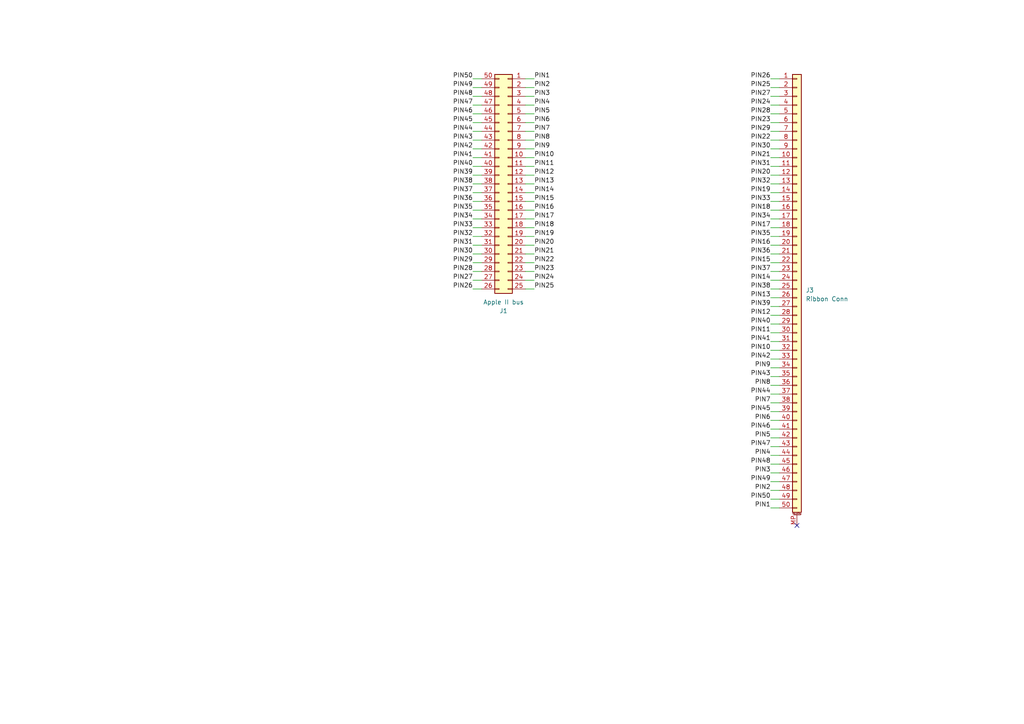
<source format=kicad_sch>
(kicad_sch (version 20231120) (generator "eeschema") (generator_version "8.0")
  (paper "A4")
  (lib_symbols
    (symbol "Connector_Generic:Conn_02x25_Counter_Clockwise" (pin_names (offset 1.016) hide)
      (property "Reference" "J" (at 1.27 33.02 0))
      (property "Value" "Conn_02x25_Counter_Clockwise" (at 1.27 -33.02 0))
      (symbol "Conn_02x25_Counter_Clockwise_1_1"
        (rectangle (start -1.27 -30.353) (end 0 -30.607) (stroke (width 0.1524)))
        (rectangle (start -1.27 -27.813) (end 0 -28.067) (stroke (width 0.1524)))
        (rectangle (start -1.27 -25.273) (end 0 -25.527) (stroke (width 0.1524)))
        (rectangle (start -1.27 -22.733) (end 0 -22.987) (stroke (width 0.1524)))
        (rectangle (start -1.27 -20.193) (end 0 -20.447) (stroke (width 0.1524)))
        (rectangle (start -1.27 -17.653) (end 0 -17.907) (stroke (width 0.1524)))
        (rectangle (start -1.27 -15.113) (end 0 -15.367) (stroke (width 0.1524)))
        (rectangle (start -1.27 -12.573) (end 0 -12.827) (stroke (width 0.1524)))
        (rectangle (start -1.27 -10.033) (end 0 -10.287) (stroke (width 0.1524)))
        (rectangle (start -1.27 -7.493) (end 0 -7.747) (stroke (width 0.1524)))
        (rectangle (start -1.27 -4.953) (end 0 -5.207) (stroke (width 0.1524)))
        (rectangle (start -1.27 -2.413) (end 0 -2.667) (stroke (width 0.1524)))
        (rectangle (start -1.27 0.127) (end 0 -0.127) (stroke (width 0.1524)))
        (rectangle (start -1.27 2.667) (end 0 2.413) (stroke (width 0.1524)))
        (rectangle (start -1.27 5.207) (end 0 4.953) (stroke (width 0.1524)))
        (rectangle (start -1.27 7.747) (end 0 7.493) (stroke (width 0.1524)))
        (rectangle (start -1.27 10.287) (end 0 10.033) (stroke (width 0.1524)))
        (rectangle (start -1.27 12.827) (end 0 12.573) (stroke (width 0.1524)))
        (rectangle (start -1.27 15.367) (end 0 15.113) (stroke (width 0.1524)))
        (rectangle (start -1.27 17.907) (end 0 17.653) (stroke (width 0.1524)))
        (rectangle (start -1.27 20.447) (end 0 20.193) (stroke (width 0.1524)))
        (rectangle (start -1.27 22.987) (end 0 22.733) (stroke (width 0.1524)))
        (rectangle (start -1.27 25.527) (end 0 25.273) (stroke (width 0.1524)))
        (rectangle (start -1.27 28.067) (end 0 27.813) (stroke (width 0.1524)))
        (rectangle (start -1.27 30.607) (end 0 30.353) (stroke (width 0.1524)))
        (rectangle (start -1.27 31.75) (end 3.81 -31.75) (stroke (width 0.254)) (fill (type background)))
        (rectangle (start 3.81 -30.353) (end 2.54 -30.607) (stroke (width 0.1524)))
        (rectangle (start 3.81 -27.813) (end 2.54 -28.067) (stroke (width 0.1524)))
        (rectangle (start 3.81 -25.273) (end 2.54 -25.527) (stroke (width 0.1524)))
        (rectangle (start 3.81 -22.733) (end 2.54 -22.987) (stroke (width 0.1524)))
        (rectangle (start 3.81 -20.193) (end 2.54 -20.447) (stroke (width 0.1524)))
        (rectangle (start 3.81 -17.653) (end 2.54 -17.907) (stroke (width 0.1524)))
        (rectangle (start 3.81 -15.113) (end 2.54 -15.367) (stroke (width 0.1524)))
        (rectangle (start 3.81 -12.573) (end 2.54 -12.827) (stroke (width 0.1524)))
        (rectangle (start 3.81 -10.033) (end 2.54 -10.287) (stroke (width 0.1524)))
        (rectangle (start 3.81 -7.493) (end 2.54 -7.747) (stroke (width 0.1524)))
        (rectangle (start 3.81 -4.953) (end 2.54 -5.207) (stroke (width 0.1524)))
        (rectangle (start 3.81 -2.413) (end 2.54 -2.667) (stroke (width 0.1524)))
        (rectangle (start 3.81 0.127) (end 2.54 -0.127) (stroke (width 0.1524)))
        (rectangle (start 3.81 2.667) (end 2.54 2.413) (stroke (width 0.1524)))
        (rectangle (start 3.81 5.207) (end 2.54 4.953) (stroke (width 0.1524)))
        (rectangle (start 3.81 7.747) (end 2.54 7.493) (stroke (width 0.1524)))
        (rectangle (start 3.81 10.287) (end 2.54 10.033) (stroke (width 0.1524)))
        (rectangle (start 3.81 12.827) (end 2.54 12.573) (stroke (width 0.1524)))
        (rectangle (start 3.81 15.367) (end 2.54 15.113) (stroke (width 0.1524)))
        (rectangle (start 3.81 17.907) (end 2.54 17.653) (stroke (width 0.1524)))
        (rectangle (start 3.81 20.447) (end 2.54 20.193) (stroke (width 0.1524)))
        (rectangle (start 3.81 22.987) (end 2.54 22.733) (stroke (width 0.1524)))
        (rectangle (start 3.81 25.527) (end 2.54 25.273) (stroke (width 0.1524)))
        (rectangle (start 3.81 28.067) (end 2.54 27.813) (stroke (width 0.1524)))
        (rectangle (start 3.81 30.607) (end 2.54 30.353) (stroke (width 0.1524)))
        (pin passive line (at -5.08 30.48 0) (length 3.81) (name "Pin_1") (number "1"))
        (pin passive line (at -5.08 7.62 0) (length 3.81) (name "Pin_10") (number "10"))
        (pin passive line (at -5.08 5.08 0) (length 3.81) (name "Pin_11") (number "11"))
        (pin passive line (at -5.08 2.54 0) (length 3.81) (name "Pin_12") (number "12"))
        (pin passive line (at -5.08 0 0) (length 3.81) (name "Pin_13") (number "13"))
        (pin passive line (at -5.08 -2.54 0) (length 3.81) (name "Pin_14") (number "14"))
        (pin passive line (at -5.08 -5.08 0) (length 3.81) (name "Pin_15") (number "15"))
        (pin passive line (at -5.08 -7.62 0) (length 3.81) (name "Pin_16") (number "16"))
        (pin passive line (at -5.08 -10.16 0) (length 3.81) (name "Pin_17") (number "17"))
        (pin passive line (at -5.08 -12.7 0) (length 3.81) (name "Pin_18") (number "18"))
        (pin passive line (at -5.08 -15.24 0) (length 3.81) (name "Pin_19") (number "19"))
        (pin passive line (at -5.08 27.94 0) (length 3.81) (name "Pin_2") (number "2"))
        (pin passive line (at -5.08 -17.78 0) (length 3.81) (name "Pin_20") (number "20"))
        (pin passive line (at -5.08 -20.32 0) (length 3.81) (name "Pin_21") (number "21"))
        (pin passive line (at -5.08 -22.86 0) (length 3.81) (name "Pin_22") (number "22"))
        (pin passive line (at -5.08 -25.4 0) (length 3.81) (name "Pin_23") (number "23"))
        (pin passive line (at -5.08 -27.94 0) (length 3.81) (name "Pin_24") (number "24"))
        (pin passive line (at -5.08 -30.48 0) (length 3.81) (name "Pin_25") (number "25"))
        (pin passive line (at 7.62 -30.48 180) (length 3.81) (name "Pin_26") (number "26"))
        (pin passive line (at 7.62 -27.94 180) (length 3.81) (name "Pin_27") (number "27"))
        (pin passive line (at 7.62 -25.4 180) (length 3.81) (name "Pin_28") (number "28"))
        (pin passive line (at 7.62 -22.86 180) (length 3.81) (name "Pin_29") (number "29"))
        (pin passive line (at -5.08 25.4 0) (length 3.81) (name "Pin_3") (number "3"))
        (pin passive line (at 7.62 -20.32 180) (length 3.81) (name "Pin_30") (number "30"))
        (pin passive line (at 7.62 -17.78 180) (length 3.81) (name "Pin_31") (number "31"))
        (pin passive line (at 7.62 -15.24 180) (length 3.81) (name "Pin_32") (number "32"))
        (pin passive line (at 7.62 -12.7 180) (length 3.81) (name "Pin_33") (number "33"))
        (pin passive line (at 7.62 -10.16 180) (length 3.81) (name "Pin_34") (number "34"))
        (pin passive line (at 7.62 -7.62 180) (length 3.81) (name "Pin_35") (number "35"))
        (pin passive line (at 7.62 -5.08 180) (length 3.81) (name "Pin_36") (number "36"))
        (pin passive line (at 7.62 -2.54 180) (length 3.81) (name "Pin_37") (number "37"))
        (pin passive line (at 7.62 0 180) (length 3.81) (name "Pin_38") (number "38"))
        (pin passive line (at 7.62 2.54 180) (length 3.81) (name "Pin_39") (number "39"))
        (pin passive line (at -5.08 22.86 0) (length 3.81) (name "Pin_4") (number "4"))
        (pin passive line (at 7.62 5.08 180) (length 3.81) (name "Pin_40") (number "40"))
        (pin passive line (at 7.62 7.62 180) (length 3.81) (name "Pin_41") (number "41"))
        (pin passive line (at 7.62 10.16 180) (length 3.81) (name "Pin_42") (number "42"))
        (pin passive line (at 7.62 12.7 180) (length 3.81) (name "Pin_43") (number "43"))
        (pin passive line (at 7.62 15.24 180) (length 3.81) (name "Pin_44") (number "44"))
        (pin passive line (at 7.62 17.78 180) (length 3.81) (name "Pin_45") (number "45"))
        (pin passive line (at 7.62 20.32 180) (length 3.81) (name "Pin_46") (number "46"))
        (pin passive line (at 7.62 22.86 180) (length 3.81) (name "Pin_47") (number "47"))
        (pin passive line (at 7.62 25.4 180) (length 3.81) (name "Pin_48") (number "48"))
        (pin passive line (at 7.62 27.94 180) (length 3.81) (name "Pin_49") (number "49"))
        (pin passive line (at -5.08 20.32 0) (length 3.81) (name "Pin_5") (number "5"))
        (pin passive line (at 7.62 30.48 180) (length 3.81) (name "Pin_50") (number "50"))
        (pin passive line (at -5.08 17.78 0) (length 3.81) (name "Pin_6") (number "6"))
        (pin passive line (at -5.08 15.24 0) (length 3.81) (name "Pin_7") (number "7"))
        (pin passive line (at -5.08 12.7 0) (length 3.81) (name "Pin_8") (number "8"))
        (pin passive line (at -5.08 10.16 0) (length 3.81) (name "Pin_9") (number "9"))
      )
    )
    (symbol "Connector_Generic_MountingPin:Conn_01x50_MountingPin" (pin_names (offset 1.016) hide)
      (property "Reference" "J" (at 0 63.5 0))
      (property "Value" "Conn_01x50_MountingPin" (at 1.27 -66.04 0))
      (symbol "Conn_01x50_MountingPin_1_1"
        (rectangle (start -1.27 -63.373) (end 0 -63.627) (stroke (width 0.1524)))
        (rectangle (start -1.27 -60.833) (end 0 -61.087) (stroke (width 0.1524)))
        (rectangle (start -1.27 -58.293) (end 0 -58.547) (stroke (width 0.1524)))
        (rectangle (start -1.27 -55.753) (end 0 -56.007) (stroke (width 0.1524)))
        (rectangle (start -1.27 -53.213) (end 0 -53.467) (stroke (width 0.1524)))
        (rectangle (start -1.27 -50.673) (end 0 -50.927) (stroke (width 0.1524)))
        (rectangle (start -1.27 -48.133) (end 0 -48.387) (stroke (width 0.1524)))
        (rectangle (start -1.27 -45.593) (end 0 -45.847) (stroke (width 0.1524)))
        (rectangle (start -1.27 -43.053) (end 0 -43.307) (stroke (width 0.1524)))
        (rectangle (start -1.27 -40.513) (end 0 -40.767) (stroke (width 0.1524)))
        (rectangle (start -1.27 -37.973) (end 0 -38.227) (stroke (width 0.1524)))
        (rectangle (start -1.27 -35.433) (end 0 -35.687) (stroke (width 0.1524)))
        (rectangle (start -1.27 -32.893) (end 0 -33.147) (stroke (width 0.1524)))
        (rectangle (start -1.27 -30.353) (end 0 -30.607) (stroke (width 0.1524)))
        (rectangle (start -1.27 -27.813) (end 0 -28.067) (stroke (width 0.1524)))
        (rectangle (start -1.27 -25.273) (end 0 -25.527) (stroke (width 0.1524)))
        (rectangle (start -1.27 -22.733) (end 0 -22.987) (stroke (width 0.1524)))
        (rectangle (start -1.27 -20.193) (end 0 -20.447) (stroke (width 0.1524)))
        (rectangle (start -1.27 -17.653) (end 0 -17.907) (stroke (width 0.1524)))
        (rectangle (start -1.27 -15.113) (end 0 -15.367) (stroke (width 0.1524)))
        (rectangle (start -1.27 -12.573) (end 0 -12.827) (stroke (width 0.1524)))
        (rectangle (start -1.27 -10.033) (end 0 -10.287) (stroke (width 0.1524)))
        (rectangle (start -1.27 -7.493) (end 0 -7.747) (stroke (width 0.1524)))
        (rectangle (start -1.27 -4.953) (end 0 -5.207) (stroke (width 0.1524)))
        (rectangle (start -1.27 -2.413) (end 0 -2.667) (stroke (width 0.1524)))
        (rectangle (start -1.27 0.127) (end 0 -0.127) (stroke (width 0.1524)))
        (rectangle (start -1.27 2.667) (end 0 2.413) (stroke (width 0.1524)))
        (rectangle (start -1.27 5.207) (end 0 4.953) (stroke (width 0.1524)))
        (rectangle (start -1.27 7.747) (end 0 7.493) (stroke (width 0.1524)))
        (rectangle (start -1.27 10.287) (end 0 10.033) (stroke (width 0.1524)))
        (rectangle (start -1.27 12.827) (end 0 12.573) (stroke (width 0.1524)))
        (rectangle (start -1.27 15.367) (end 0 15.113) (stroke (width 0.1524)))
        (rectangle (start -1.27 17.907) (end 0 17.653) (stroke (width 0.1524)))
        (rectangle (start -1.27 20.447) (end 0 20.193) (stroke (width 0.1524)))
        (rectangle (start -1.27 22.987) (end 0 22.733) (stroke (width 0.1524)))
        (rectangle (start -1.27 25.527) (end 0 25.273) (stroke (width 0.1524)))
        (rectangle (start -1.27 28.067) (end 0 27.813) (stroke (width 0.1524)))
        (rectangle (start -1.27 30.607) (end 0 30.353) (stroke (width 0.1524)))
        (rectangle (start -1.27 33.147) (end 0 32.893) (stroke (width 0.1524)))
        (rectangle (start -1.27 35.687) (end 0 35.433) (stroke (width 0.1524)))
        (rectangle (start -1.27 38.227) (end 0 37.973) (stroke (width 0.1524)))
        (rectangle (start -1.27 40.767) (end 0 40.513) (stroke (width 0.1524)))
        (rectangle (start -1.27 43.307) (end 0 43.053) (stroke (width 0.1524)))
        (rectangle (start -1.27 45.847) (end 0 45.593) (stroke (width 0.1524)))
        (rectangle (start -1.27 48.387) (end 0 48.133) (stroke (width 0.1524)))
        (rectangle (start -1.27 50.927) (end 0 50.673) (stroke (width 0.1524)))
        (rectangle (start -1.27 53.467) (end 0 53.213) (stroke (width 0.1524)))
        (rectangle (start -1.27 56.007) (end 0 55.753) (stroke (width 0.1524)))
        (rectangle (start -1.27 58.547) (end 0 58.293) (stroke (width 0.1524)))
        (rectangle (start -1.27 61.087) (end 0 60.833) (stroke (width 0.1524)))
        (rectangle (start -1.27 62.23) (end 1.27 -64.77) (stroke (width 0.254)) (fill (type background)))
        (polyline (pts (xy -1.016 -65.532) (xy 1.016 -65.532)) (stroke (width 0.1524)))
        (text "Mounting" (at 0 -65.151 0) (effects (font (size 0.381 0.381))))
        (pin passive line (at -5.08 60.96 0) (length 3.81) (name "Pin_1") (number "1"))
        (pin passive line (at -5.08 38.1 0) (length 3.81) (name "Pin_10") (number "10"))
        (pin passive line (at -5.08 35.56 0) (length 3.81) (name "Pin_11") (number "11"))
        (pin passive line (at -5.08 33.02 0) (length 3.81) (name "Pin_12") (number "12"))
        (pin passive line (at -5.08 30.48 0) (length 3.81) (name "Pin_13") (number "13"))
        (pin passive line (at -5.08 27.94 0) (length 3.81) (name "Pin_14") (number "14"))
        (pin passive line (at -5.08 25.4 0) (length 3.81) (name "Pin_15") (number "15"))
        (pin passive line (at -5.08 22.86 0) (length 3.81) (name "Pin_16") (number "16"))
        (pin passive line (at -5.08 20.32 0) (length 3.81) (name "Pin_17") (number "17"))
        (pin passive line (at -5.08 17.78 0) (length 3.81) (name "Pin_18") (number "18"))
        (pin passive line (at -5.08 15.24 0) (length 3.81) (name "Pin_19") (number "19"))
        (pin passive line (at -5.08 58.42 0) (length 3.81) (name "Pin_2") (number "2"))
        (pin passive line (at -5.08 12.7 0) (length 3.81) (name "Pin_20") (number "20"))
        (pin passive line (at -5.08 10.16 0) (length 3.81) (name "Pin_21") (number "21"))
        (pin passive line (at -5.08 7.62 0) (length 3.81) (name "Pin_22") (number "22"))
        (pin passive line (at -5.08 5.08 0) (length 3.81) (name "Pin_23") (number "23"))
        (pin passive line (at -5.08 2.54 0) (length 3.81) (name "Pin_24") (number "24"))
        (pin passive line (at -5.08 0 0) (length 3.81) (name "Pin_25") (number "25"))
        (pin passive line (at -5.08 -2.54 0) (length 3.81) (name "Pin_26") (number "26"))
        (pin passive line (at -5.08 -5.08 0) (length 3.81) (name "Pin_27") (number "27"))
        (pin passive line (at -5.08 -7.62 0) (length 3.81) (name "Pin_28") (number "28"))
        (pin passive line (at -5.08 -10.16 0) (length 3.81) (name "Pin_29") (number "29"))
        (pin passive line (at -5.08 55.88 0) (length 3.81) (name "Pin_3") (number "3"))
        (pin passive line (at -5.08 -12.7 0) (length 3.81) (name "Pin_30") (number "30"))
        (pin passive line (at -5.08 -15.24 0) (length 3.81) (name "Pin_31") (number "31"))
        (pin passive line (at -5.08 -17.78 0) (length 3.81) (name "Pin_32") (number "32"))
        (pin passive line (at -5.08 -20.32 0) (length 3.81) (name "Pin_33") (number "33"))
        (pin passive line (at -5.08 -22.86 0) (length 3.81) (name "Pin_34") (number "34"))
        (pin passive line (at -5.08 -25.4 0) (length 3.81) (name "Pin_35") (number "35"))
        (pin passive line (at -5.08 -27.94 0) (length 3.81) (name "Pin_36") (number "36"))
        (pin passive line (at -5.08 -30.48 0) (length 3.81) (name "Pin_37") (number "37"))
        (pin passive line (at -5.08 -33.02 0) (length 3.81) (name "Pin_38") (number "38"))
        (pin passive line (at -5.08 -35.56 0) (length 3.81) (name "Pin_39") (number "39"))
        (pin passive line (at -5.08 53.34 0) (length 3.81) (name "Pin_4") (number "4"))
        (pin passive line (at -5.08 -38.1 0) (length 3.81) (name "Pin_40") (number "40"))
        (pin passive line (at -5.08 -40.64 0) (length 3.81) (name "Pin_41") (number "41"))
        (pin passive line (at -5.08 -43.18 0) (length 3.81) (name "Pin_42") (number "42"))
        (pin passive line (at -5.08 -45.72 0) (length 3.81) (name "Pin_43") (number "43"))
        (pin passive line (at -5.08 -48.26 0) (length 3.81) (name "Pin_44") (number "44"))
        (pin passive line (at -5.08 -50.8 0) (length 3.81) (name "Pin_45") (number "45"))
        (pin passive line (at -5.08 -53.34 0) (length 3.81) (name "Pin_46") (number "46"))
        (pin passive line (at -5.08 -55.88 0) (length 3.81) (name "Pin_47") (number "47"))
        (pin passive line (at -5.08 -58.42 0) (length 3.81) (name "Pin_48") (number "48"))
        (pin passive line (at -5.08 -60.96 0) (length 3.81) (name "Pin_49") (number "49"))
        (pin passive line (at -5.08 50.8 0) (length 3.81) (name "Pin_5") (number "5"))
        (pin passive line (at -5.08 -63.5 0) (length 3.81) (name "Pin_50") (number "50"))
        (pin passive line (at -5.08 48.26 0) (length 3.81) (name "Pin_6") (number "6"))
        (pin passive line (at -5.08 45.72 0) (length 3.81) (name "Pin_7") (number "7"))
        (pin passive line (at -5.08 43.18 0) (length 3.81) (name "Pin_8") (number "8"))
        (pin passive line (at -5.08 40.64 0) (length 3.81) (name "Pin_9") (number "9"))
        (pin passive line (at 0 -68.58 90) (length 3.048) (name "MountPin") (number "MP"))
      )
    )
  )
  (no_connect (at 231.14 152.4))
  (wire (pts (xy 226.06 106.68) (xy 223.52 106.68)))
  (wire (pts (xy 226.06 127) (xy 223.52 127)))
  (wire (pts (xy 226.06 111.76) (xy 223.52 111.76)))
  (wire (pts (xy 226.06 91.44) (xy 223.52 91.44)))
  (wire (pts (xy 223.52 88.9) (xy 226.06 88.9)))
  (wire (pts (xy 137.16 25.4) (xy 139.7 25.4)))
  (wire (pts (xy 152.4 66.04) (xy 154.94 66.04)))
  (wire (pts (xy 226.06 137.16) (xy 223.52 137.16)))
  (wire (pts (xy 152.4 27.94) (xy 154.94 27.94)))
  (wire (pts (xy 223.52 144.78) (xy 226.06 144.78)))
  (wire (pts (xy 152.4 58.42) (xy 154.94 58.42)))
  (wire (pts (xy 137.16 48.26) (xy 139.7 48.26)))
  (wire (pts (xy 226.06 121.92) (xy 223.52 121.92)))
  (wire (pts (xy 223.52 78.74) (xy 226.06 78.74)))
  (wire (pts (xy 223.52 63.5) (xy 226.06 63.5)))
  (wire (pts (xy 226.06 40.64) (xy 223.52 40.64)))
  (wire (pts (xy 226.06 86.36) (xy 223.52 86.36)))
  (wire (pts (xy 223.52 33.02) (xy 226.06 33.02)))
  (wire (pts (xy 226.06 45.72) (xy 223.52 45.72)))
  (wire (pts (xy 152.4 63.5) (xy 154.94 63.5)))
  (wire (pts (xy 223.52 73.66) (xy 226.06 73.66)))
  (wire (pts (xy 226.06 76.2) (xy 223.52 76.2)))
  (wire (pts (xy 223.52 119.38) (xy 226.06 119.38)))
  (wire (pts (xy 226.06 25.4) (xy 223.52 25.4)))
  (wire (pts (xy 223.52 58.42) (xy 226.06 58.42)))
  (wire (pts (xy 223.52 22.86) (xy 226.06 22.86)))
  (wire (pts (xy 223.52 124.46) (xy 226.06 124.46)))
  (wire (pts (xy 223.52 68.58) (xy 226.06 68.58)))
  (wire (pts (xy 137.16 78.74) (xy 139.7 78.74)))
  (wire (pts (xy 226.06 66.04) (xy 223.52 66.04)))
  (wire (pts (xy 152.4 76.2) (xy 154.94 76.2)))
  (wire (pts (xy 137.16 43.18) (xy 139.7 43.18)))
  (wire (pts (xy 137.16 76.2) (xy 139.7 76.2)))
  (wire (pts (xy 223.52 53.34) (xy 226.06 53.34)))
  (wire (pts (xy 223.52 114.3) (xy 226.06 114.3)))
  (wire (pts (xy 137.16 66.04) (xy 139.7 66.04)))
  (wire (pts (xy 137.16 63.5) (xy 139.7 63.5)))
  (wire (pts (xy 152.4 78.74) (xy 154.94 78.74)))
  (wire (pts (xy 226.06 96.52) (xy 223.52 96.52)))
  (wire (pts (xy 223.52 83.82) (xy 226.06 83.82)))
  (wire (pts (xy 137.16 81.28) (xy 139.7 81.28)))
  (wire (pts (xy 137.16 38.1) (xy 139.7 38.1)))
  (wire (pts (xy 137.16 53.34) (xy 139.7 53.34)))
  (wire (pts (xy 152.4 33.02) (xy 154.94 33.02)))
  (wire (pts (xy 152.4 68.58) (xy 154.94 68.58)))
  (wire (pts (xy 226.06 132.08) (xy 223.52 132.08)))
  (wire (pts (xy 152.4 53.34) (xy 154.94 53.34)))
  (wire (pts (xy 152.4 40.64) (xy 154.94 40.64)))
  (wire (pts (xy 223.52 27.94) (xy 226.06 27.94)))
  (wire (pts (xy 152.4 73.66) (xy 154.94 73.66)))
  (wire (pts (xy 152.4 30.48) (xy 154.94 30.48)))
  (wire (pts (xy 223.52 43.18) (xy 226.06 43.18)))
  (wire (pts (xy 226.06 55.88) (xy 223.52 55.88)))
  (wire (pts (xy 152.4 50.8) (xy 154.94 50.8)))
  (wire (pts (xy 137.16 45.72) (xy 139.7 45.72)))
  (wire (pts (xy 226.06 116.84) (xy 223.52 116.84)))
  (wire (pts (xy 152.4 45.72) (xy 154.94 45.72)))
  (wire (pts (xy 223.52 139.7) (xy 226.06 139.7)))
  (wire (pts (xy 223.52 93.98) (xy 226.06 93.98)))
  (wire (pts (xy 137.16 83.82) (xy 139.7 83.82)))
  (wire (pts (xy 223.52 109.22) (xy 226.06 109.22)))
  (wire (pts (xy 223.52 48.26) (xy 226.06 48.26)))
  (wire (pts (xy 226.06 142.24) (xy 223.52 142.24)))
  (wire (pts (xy 223.52 99.06) (xy 226.06 99.06)))
  (wire (pts (xy 137.16 22.86) (xy 139.7 22.86)))
  (wire (pts (xy 152.4 22.86) (xy 154.94 22.86)))
  (wire (pts (xy 152.4 48.26) (xy 154.94 48.26)))
  (wire (pts (xy 226.06 50.8) (xy 223.52 50.8)))
  (wire (pts (xy 137.16 68.58) (xy 139.7 68.58)))
  (wire (pts (xy 137.16 60.96) (xy 139.7 60.96)))
  (wire (pts (xy 137.16 30.48) (xy 139.7 30.48)))
  (wire (pts (xy 152.4 25.4) (xy 154.94 25.4)))
  (wire (pts (xy 137.16 55.88) (xy 139.7 55.88)))
  (wire (pts (xy 137.16 27.94) (xy 139.7 27.94)))
  (wire (pts (xy 223.52 104.14) (xy 226.06 104.14)))
  (wire (pts (xy 226.06 147.32) (xy 223.52 147.32)))
  (wire (pts (xy 226.06 101.6) (xy 223.52 101.6)))
  (wire (pts (xy 152.4 43.18) (xy 154.94 43.18)))
  (wire (pts (xy 223.52 134.62) (xy 226.06 134.62)))
  (wire (pts (xy 152.4 71.12) (xy 154.94 71.12)))
  (wire (pts (xy 137.16 33.02) (xy 139.7 33.02)))
  (wire (pts (xy 226.06 71.12) (xy 223.52 71.12)))
  (wire (pts (xy 137.16 40.64) (xy 139.7 40.64)))
  (wire (pts (xy 152.4 60.96) (xy 154.94 60.96)))
  (wire (pts (xy 152.4 83.82) (xy 154.94 83.82)))
  (wire (pts (xy 152.4 55.88) (xy 154.94 55.88)))
  (wire (pts (xy 226.06 81.28) (xy 223.52 81.28)))
  (wire (pts (xy 137.16 35.56) (xy 139.7 35.56)))
  (wire (pts (xy 226.06 30.48) (xy 223.52 30.48)))
  (wire (pts (xy 223.52 38.1) (xy 226.06 38.1)))
  (wire (pts (xy 137.16 50.8) (xy 139.7 50.8)))
  (wire (pts (xy 137.16 71.12) (xy 139.7 71.12)))
  (wire (pts (xy 137.16 73.66) (xy 139.7 73.66)))
  (wire (pts (xy 152.4 81.28) (xy 154.94 81.28)))
  (wire (pts (xy 152.4 38.1) (xy 154.94 38.1)))
  (wire (pts (xy 152.4 35.56) (xy 154.94 35.56)))
  (wire (pts (xy 137.16 58.42) (xy 139.7 58.42)))
  (wire (pts (xy 223.52 129.54) (xy 226.06 129.54)))
  (wire (pts (xy 226.06 60.96) (xy 223.52 60.96)))
  (wire (pts (xy 226.06 35.56) (xy 223.52 35.56)))
  (label "PIN19" (at 223.52 55.88 180))
  (label "PIN20" (at 154.94 71.12 0))
  (label "PIN2" (at 223.52 142.24 180))
  (label "PIN18" (at 154.94 66.04 0))
  (label "PIN4" (at 154.94 30.48 0))
  (label "PIN24" (at 223.52 30.48 180))
  (label "PIN7" (at 154.94 38.1 0))
  (label "PIN16" (at 223.52 71.12 180))
  (label "PIN47" (at 223.52 129.54 180))
  (label "PIN21" (at 223.52 45.72 180))
  (label "PIN17" (at 154.94 63.5 0))
  (label "PIN3" (at 223.52 137.16 180))
  (label "PIN34" (at 223.52 63.5 180))
  (label "PIN45" (at 223.52 119.38 180))
  (label "PIN20" (at 223.52 50.8 180))
  (label "PIN39" (at 137.16 50.8 180))
  (label "PIN30" (at 223.52 43.18 180))
  (label "PIN22" (at 154.94 76.2 0))
  (label "PIN28" (at 223.52 33.02 180))
  (label "PIN43" (at 137.16 40.64 180))
  (label "PIN6" (at 223.52 121.92 180))
  (label "PIN12" (at 223.52 91.44 180))
  (label "PIN38" (at 223.52 83.82 180))
  (label "PIN5" (at 223.52 127 180))
  (label "PIN40" (at 137.16 48.26 180))
  (label "PIN31" (at 137.16 71.12 180))
  (label "PIN33" (at 137.16 66.04 180))
  (label "PIN36" (at 137.16 58.42 180))
  (label "PIN15" (at 154.94 58.42 0))
  (label "PIN49" (at 223.52 139.7 180))
  (label "PIN45" (at 137.16 35.56 180))
  (label "PIN1" (at 223.52 147.32 180))
  (label "PIN4" (at 223.52 132.08 180))
  (label "PIN47" (at 137.16 30.48 180))
  (label "PIN8" (at 223.52 111.76 180))
  (label "PIN7" (at 223.52 116.84 180))
  (label "PIN9" (at 154.94 43.18 0))
  (label "PIN50" (at 137.16 22.86 180))
  (label "PIN24" (at 154.94 81.28 0))
  (label "PIN34" (at 137.16 63.5 180))
  (label "PIN25" (at 154.94 83.82 0))
  (label "PIN48" (at 223.52 134.62 180))
  (label "PIN37" (at 137.16 55.88 180))
  (label "PIN50" (at 223.52 144.78 180))
  (label "PIN22" (at 223.52 40.64 180))
  (label "PIN26" (at 223.52 22.86 180))
  (label "PIN37" (at 223.52 78.74 180))
  (label "PIN11" (at 223.52 96.52 180))
  (label "PIN29" (at 223.52 38.1 180))
  (label "PIN18" (at 223.52 60.96 180))
  (label "PIN31" (at 223.52 48.26 180))
  (label "PIN40" (at 223.52 93.98 180))
  (label "PIN23" (at 154.94 78.74 0))
  (label "PIN42" (at 137.16 43.18 180))
  (label "PIN17" (at 223.52 66.04 180))
  (label "PIN46" (at 137.16 33.02 180))
  (label "PIN41" (at 223.52 99.06 180))
  (label "PIN48" (at 137.16 27.94 180))
  (label "PIN8" (at 154.94 40.64 0))
  (label "PIN35" (at 223.52 68.58 180))
  (label "PIN14" (at 223.52 81.28 180))
  (label "PIN3" (at 154.94 27.94 0))
  (label "PIN5" (at 154.94 33.02 0))
  (label "PIN32" (at 223.52 53.34 180))
  (label "PIN36" (at 223.52 73.66 180))
  (label "PIN11" (at 154.94 48.26 0))
  (label "PIN30" (at 137.16 73.66 180))
  (label "PIN44" (at 137.16 38.1 180))
  (label "PIN26" (at 137.16 83.82 180))
  (label "PIN25" (at 223.52 25.4 180))
  (label "PIN15" (at 223.52 76.2 180))
  (label "PIN46" (at 223.52 124.46 180))
  (label "PIN29" (at 137.16 76.2 180))
  (label "PIN39" (at 223.52 88.9 180))
  (label "PIN49" (at 137.16 25.4 180))
  (label "PIN19" (at 154.94 68.58 0))
  (label "PIN9" (at 223.52 106.68 180))
  (label "PIN27" (at 137.16 81.28 180))
  (label "PIN44" (at 223.52 114.3 180))
  (label "PIN41" (at 137.16 45.72 180))
  (label "PIN13" (at 154.94 53.34 0))
  (label "PIN42" (at 223.52 104.14 180))
  (label "PIN2" (at 154.94 25.4 0))
  (label "PIN27" (at 223.52 27.94 180))
  (label "PIN23" (at 223.52 35.56 180))
  (label "PIN12" (at 154.94 50.8 0))
  (label "PIN28" (at 137.16 78.74 180))
  (label "PIN33" (at 223.52 58.42 180))
  (label "PIN38" (at 137.16 53.34 180))
  (label "PIN14" (at 154.94 55.88 0))
  (label "PIN6" (at 154.94 35.56 0))
  (label "PIN10" (at 154.94 45.72 0))
  (label "PIN32" (at 137.16 68.58 180))
  (label "PIN13" (at 223.52 86.36 180))
  (label "PIN1" (at 154.94 22.86 0))
  (label "PIN21" (at 154.94 73.66 0))
  (label "PIN16" (at 154.94 60.96 0))
  (label "PIN10" (at 223.52 101.6 180))
  (label "PIN35" (at 137.16 60.96 180))
  (label "PIN43" (at 223.52 109.22 180))
  (symbol (lib_id "Connector_Generic_MountingPin:Conn_01x50_MountingPin") (at 231.14 83.82 0) (unit 1)
    (property "Reference" "J3" (at 233.68 84.1755 0) (effects (justify left)))
    (property "Value" "Ribbon Conn" (at 233.68 86.7155 0) (effects (justify left)))
    (property "Footprint" "Connector_FFC-FPC:Hirose_FH12-50S-0.5SH_1x50-1MP_P0.50mm_Horizontal" (effects (hide yes)))
    (property "Description" "\"Generic connectable mounting pin connector, single row, 01x50, script generated\"" (effects (hide yes)))
    (property "LCSC" "C202116" (effects (hide yes)))
  )
  (symbol (lib_id "Connector_Generic:Conn_02x25_Counter_Clockwise") (at 147.32 53.34 0) (mirror y) (unit 1)
    (property "Reference" "J1" (at 146.05 90.17 0))
    (property "Value" "Apple II bus" (at 146.05 87.63 0))
    (property "Footprint" "appletini:AppleIIBus_Edge" (effects (hide yes)))
    (property "Description" "Generic connector, double row, 02x25, counter clockwise pin numbering scheme (similar to DIP package numbering), script generated (kicad-library-utils/schlib/autogen/connector/)" (effects (hide yes)))
  )
)
</source>
